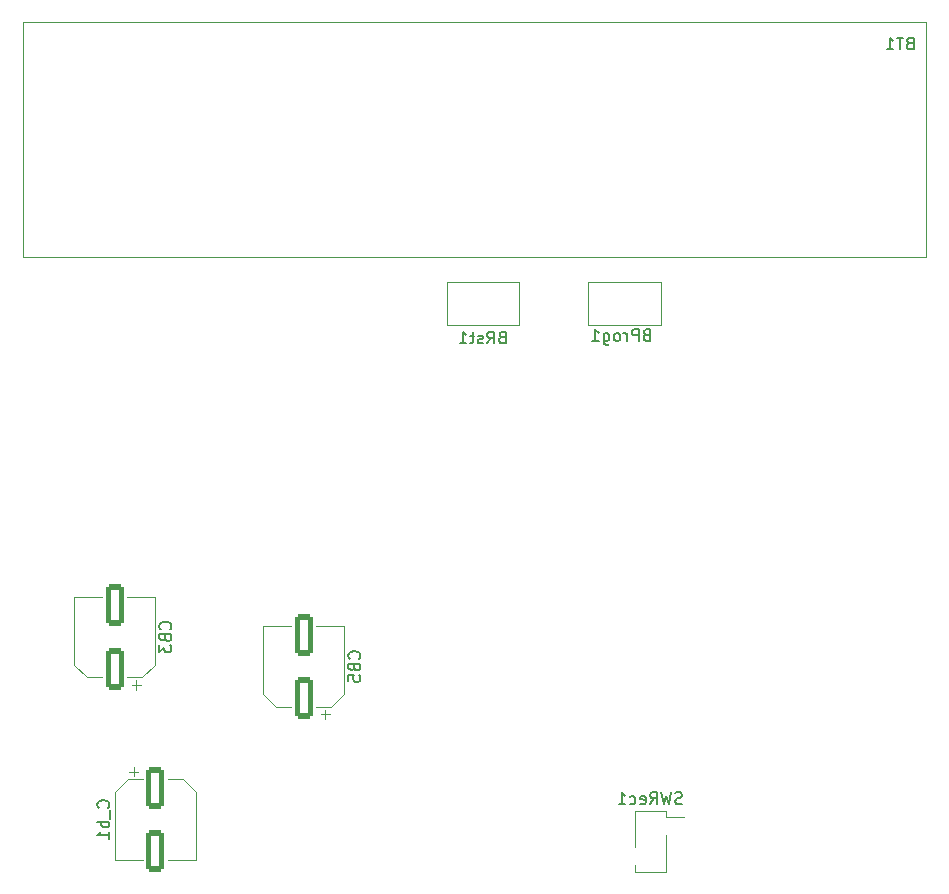
<source format=gbo>
%TF.GenerationSoftware,KiCad,Pcbnew,(6.0.4)*%
%TF.CreationDate,2022-05-20T17:10:54-05:00*%
%TF.ProjectId,Easyrun,45617379-7275-46e2-9e6b-696361645f70,rev?*%
%TF.SameCoordinates,Original*%
%TF.FileFunction,Legend,Bot*%
%TF.FilePolarity,Positive*%
%FSLAX46Y46*%
G04 Gerber Fmt 4.6, Leading zero omitted, Abs format (unit mm)*
G04 Created by KiCad (PCBNEW (6.0.4)) date 2022-05-20 17:10:54*
%MOMM*%
%LPD*%
G01*
G04 APERTURE LIST*
G04 Aperture macros list*
%AMRoundRect*
0 Rectangle with rounded corners*
0 $1 Rounding radius*
0 $2 $3 $4 $5 $6 $7 $8 $9 X,Y pos of 4 corners*
0 Add a 4 corners polygon primitive as box body*
4,1,4,$2,$3,$4,$5,$6,$7,$8,$9,$2,$3,0*
0 Add four circle primitives for the rounded corners*
1,1,$1+$1,$2,$3*
1,1,$1+$1,$4,$5*
1,1,$1+$1,$6,$7*
1,1,$1+$1,$8,$9*
0 Add four rect primitives between the rounded corners*
20,1,$1+$1,$2,$3,$4,$5,0*
20,1,$1+$1,$4,$5,$6,$7,0*
20,1,$1+$1,$6,$7,$8,$9,0*
20,1,$1+$1,$8,$9,$2,$3,0*%
G04 Aperture macros list end*
%ADD10C,0.150000*%
%ADD11C,0.120000*%
%ADD12RoundRect,0.250000X-0.600000X-0.725000X0.600000X-0.725000X0.600000X0.725000X-0.600000X0.725000X0*%
%ADD13O,1.700000X1.950000*%
%ADD14R,2.600000X2.600000*%
%ADD15O,2.600000X2.600000*%
%ADD16C,3.200000*%
%ADD17C,2.145000*%
%ADD18C,3.000000*%
%ADD19RoundRect,0.250000X-0.725000X0.600000X-0.725000X-0.600000X0.725000X-0.600000X0.725000X0.600000X0*%
%ADD20O,1.950000X1.700000*%
%ADD21R,1.600000X1.600000*%
%ADD22C,1.600000*%
%ADD23RoundRect,0.250000X0.725000X-0.600000X0.725000X0.600000X-0.725000X0.600000X-0.725000X-0.600000X0*%
%ADD24R,1.700000X1.700000*%
%ADD25O,1.700000X1.700000*%
%ADD26R,4.700000X7.000000*%
%ADD27RoundRect,0.250000X0.550000X-1.500000X0.550000X1.500000X-0.550000X1.500000X-0.550000X-1.500000X0*%
%ADD28RoundRect,0.250000X-0.550000X1.500000X-0.550000X-1.500000X0.550000X-1.500000X0.550000X1.500000X0*%
%ADD29R,1.500000X1.500000*%
%ADD30R,2.510000X1.000000*%
G04 APERTURE END LIST*
D10*
%TO.C,BT1*%
X188991514Y-68832371D02*
X188848657Y-68879990D01*
X188801038Y-68927609D01*
X188753419Y-69022847D01*
X188753419Y-69165704D01*
X188801038Y-69260942D01*
X188848657Y-69308561D01*
X188943895Y-69356180D01*
X189324847Y-69356180D01*
X189324847Y-68356180D01*
X188991514Y-68356180D01*
X188896276Y-68403800D01*
X188848657Y-68451419D01*
X188801038Y-68546657D01*
X188801038Y-68641895D01*
X188848657Y-68737133D01*
X188896276Y-68784752D01*
X188991514Y-68832371D01*
X189324847Y-68832371D01*
X188467704Y-68356180D02*
X187896276Y-68356180D01*
X188181990Y-69356180D02*
X188181990Y-68356180D01*
X187039133Y-69356180D02*
X187610561Y-69356180D01*
X187324847Y-69356180D02*
X187324847Y-68356180D01*
X187420085Y-68499038D01*
X187515323Y-68594276D01*
X187610561Y-68641895D01*
%TO.C,CB5*%
X142385142Y-120943133D02*
X142432761Y-120895514D01*
X142480380Y-120752657D01*
X142480380Y-120657419D01*
X142432761Y-120514561D01*
X142337523Y-120419323D01*
X142242285Y-120371704D01*
X142051809Y-120324085D01*
X141908952Y-120324085D01*
X141718476Y-120371704D01*
X141623238Y-120419323D01*
X141528000Y-120514561D01*
X141480380Y-120657419D01*
X141480380Y-120752657D01*
X141528000Y-120895514D01*
X141575619Y-120943133D01*
X141956571Y-121705038D02*
X142004190Y-121847895D01*
X142051809Y-121895514D01*
X142147047Y-121943133D01*
X142289904Y-121943133D01*
X142385142Y-121895514D01*
X142432761Y-121847895D01*
X142480380Y-121752657D01*
X142480380Y-121371704D01*
X141480380Y-121371704D01*
X141480380Y-121705038D01*
X141528000Y-121800276D01*
X141575619Y-121847895D01*
X141670857Y-121895514D01*
X141766095Y-121895514D01*
X141861333Y-121847895D01*
X141908952Y-121800276D01*
X141956571Y-121705038D01*
X141956571Y-121371704D01*
X141480380Y-122847895D02*
X141480380Y-122371704D01*
X141956571Y-122324085D01*
X141908952Y-122371704D01*
X141861333Y-122466942D01*
X141861333Y-122705038D01*
X141908952Y-122800276D01*
X141956571Y-122847895D01*
X142051809Y-122895514D01*
X142289904Y-122895514D01*
X142385142Y-122847895D01*
X142432761Y-122800276D01*
X142480380Y-122705038D01*
X142480380Y-122466942D01*
X142432761Y-122371704D01*
X142385142Y-122324085D01*
%TO.C,C_b1*%
X121137542Y-133563800D02*
X121185161Y-133516180D01*
X121232780Y-133373323D01*
X121232780Y-133278085D01*
X121185161Y-133135228D01*
X121089923Y-133039990D01*
X120994685Y-132992371D01*
X120804209Y-132944752D01*
X120661352Y-132944752D01*
X120470876Y-132992371D01*
X120375638Y-133039990D01*
X120280400Y-133135228D01*
X120232780Y-133278085D01*
X120232780Y-133373323D01*
X120280400Y-133516180D01*
X120328019Y-133563800D01*
X121328019Y-133754276D02*
X121328019Y-134516180D01*
X121232780Y-134754276D02*
X120232780Y-134754276D01*
X120613733Y-134754276D02*
X120566114Y-134849514D01*
X120566114Y-135039990D01*
X120613733Y-135135228D01*
X120661352Y-135182847D01*
X120756590Y-135230466D01*
X121042304Y-135230466D01*
X121137542Y-135182847D01*
X121185161Y-135135228D01*
X121232780Y-135039990D01*
X121232780Y-134849514D01*
X121185161Y-134754276D01*
X121232780Y-136182847D02*
X121232780Y-135611419D01*
X121232780Y-135897133D02*
X120232780Y-135897133D01*
X120375638Y-135801895D01*
X120470876Y-135706657D01*
X120518495Y-135611419D01*
%TO.C,BRst1*%
X154462438Y-93728571D02*
X154319580Y-93776190D01*
X154271961Y-93823809D01*
X154224342Y-93919047D01*
X154224342Y-94061904D01*
X154271961Y-94157142D01*
X154319580Y-94204761D01*
X154414819Y-94252380D01*
X154795771Y-94252380D01*
X154795771Y-93252380D01*
X154462438Y-93252380D01*
X154367200Y-93300000D01*
X154319580Y-93347619D01*
X154271961Y-93442857D01*
X154271961Y-93538095D01*
X154319580Y-93633333D01*
X154367200Y-93680952D01*
X154462438Y-93728571D01*
X154795771Y-93728571D01*
X153224342Y-94252380D02*
X153557676Y-93776190D01*
X153795771Y-94252380D02*
X153795771Y-93252380D01*
X153414819Y-93252380D01*
X153319580Y-93300000D01*
X153271961Y-93347619D01*
X153224342Y-93442857D01*
X153224342Y-93585714D01*
X153271961Y-93680952D01*
X153319580Y-93728571D01*
X153414819Y-93776190D01*
X153795771Y-93776190D01*
X152843390Y-94204761D02*
X152748152Y-94252380D01*
X152557676Y-94252380D01*
X152462438Y-94204761D01*
X152414819Y-94109523D01*
X152414819Y-94061904D01*
X152462438Y-93966666D01*
X152557676Y-93919047D01*
X152700533Y-93919047D01*
X152795771Y-93871428D01*
X152843390Y-93776190D01*
X152843390Y-93728571D01*
X152795771Y-93633333D01*
X152700533Y-93585714D01*
X152557676Y-93585714D01*
X152462438Y-93633333D01*
X152129104Y-93585714D02*
X151748152Y-93585714D01*
X151986247Y-93252380D02*
X151986247Y-94109523D01*
X151938628Y-94204761D01*
X151843390Y-94252380D01*
X151748152Y-94252380D01*
X150891009Y-94252380D02*
X151462438Y-94252380D01*
X151176723Y-94252380D02*
X151176723Y-93252380D01*
X151271961Y-93395238D01*
X151367200Y-93490476D01*
X151462438Y-93538095D01*
%TO.C,BProg1*%
X166719047Y-93528571D02*
X166576190Y-93576190D01*
X166528571Y-93623809D01*
X166480952Y-93719047D01*
X166480952Y-93861904D01*
X166528571Y-93957142D01*
X166576190Y-94004761D01*
X166671428Y-94052380D01*
X167052380Y-94052380D01*
X167052380Y-93052380D01*
X166719047Y-93052380D01*
X166623809Y-93100000D01*
X166576190Y-93147619D01*
X166528571Y-93242857D01*
X166528571Y-93338095D01*
X166576190Y-93433333D01*
X166623809Y-93480952D01*
X166719047Y-93528571D01*
X167052380Y-93528571D01*
X166052380Y-94052380D02*
X166052380Y-93052380D01*
X165671428Y-93052380D01*
X165576190Y-93100000D01*
X165528571Y-93147619D01*
X165480952Y-93242857D01*
X165480952Y-93385714D01*
X165528571Y-93480952D01*
X165576190Y-93528571D01*
X165671428Y-93576190D01*
X166052380Y-93576190D01*
X165052380Y-94052380D02*
X165052380Y-93385714D01*
X165052380Y-93576190D02*
X165004761Y-93480952D01*
X164957142Y-93433333D01*
X164861904Y-93385714D01*
X164766666Y-93385714D01*
X164290476Y-94052380D02*
X164385714Y-94004761D01*
X164433333Y-93957142D01*
X164480952Y-93861904D01*
X164480952Y-93576190D01*
X164433333Y-93480952D01*
X164385714Y-93433333D01*
X164290476Y-93385714D01*
X164147619Y-93385714D01*
X164052380Y-93433333D01*
X164004761Y-93480952D01*
X163957142Y-93576190D01*
X163957142Y-93861904D01*
X164004761Y-93957142D01*
X164052380Y-94004761D01*
X164147619Y-94052380D01*
X164290476Y-94052380D01*
X163100000Y-93385714D02*
X163100000Y-94195238D01*
X163147619Y-94290476D01*
X163195238Y-94338095D01*
X163290476Y-94385714D01*
X163433333Y-94385714D01*
X163528571Y-94338095D01*
X163100000Y-94004761D02*
X163195238Y-94052380D01*
X163385714Y-94052380D01*
X163480952Y-94004761D01*
X163528571Y-93957142D01*
X163576190Y-93861904D01*
X163576190Y-93576190D01*
X163528571Y-93480952D01*
X163480952Y-93433333D01*
X163385714Y-93385714D01*
X163195238Y-93385714D01*
X163100000Y-93433333D01*
X162100000Y-94052380D02*
X162671428Y-94052380D01*
X162385714Y-94052380D02*
X162385714Y-93052380D01*
X162480952Y-93195238D01*
X162576190Y-93290476D01*
X162671428Y-93338095D01*
%TO.C,SWRec1*%
X169726476Y-133212761D02*
X169583619Y-133260380D01*
X169345523Y-133260380D01*
X169250285Y-133212761D01*
X169202666Y-133165142D01*
X169155047Y-133069904D01*
X169155047Y-132974666D01*
X169202666Y-132879428D01*
X169250285Y-132831809D01*
X169345523Y-132784190D01*
X169536000Y-132736571D01*
X169631238Y-132688952D01*
X169678857Y-132641333D01*
X169726476Y-132546095D01*
X169726476Y-132450857D01*
X169678857Y-132355619D01*
X169631238Y-132308000D01*
X169536000Y-132260380D01*
X169297904Y-132260380D01*
X169155047Y-132308000D01*
X168821714Y-132260380D02*
X168583619Y-133260380D01*
X168393142Y-132546095D01*
X168202666Y-133260380D01*
X167964571Y-132260380D01*
X167012190Y-133260380D02*
X167345523Y-132784190D01*
X167583619Y-133260380D02*
X167583619Y-132260380D01*
X167202666Y-132260380D01*
X167107428Y-132308000D01*
X167059809Y-132355619D01*
X167012190Y-132450857D01*
X167012190Y-132593714D01*
X167059809Y-132688952D01*
X167107428Y-132736571D01*
X167202666Y-132784190D01*
X167583619Y-132784190D01*
X166202666Y-133212761D02*
X166297904Y-133260380D01*
X166488380Y-133260380D01*
X166583619Y-133212761D01*
X166631238Y-133117523D01*
X166631238Y-132736571D01*
X166583619Y-132641333D01*
X166488380Y-132593714D01*
X166297904Y-132593714D01*
X166202666Y-132641333D01*
X166155047Y-132736571D01*
X166155047Y-132831809D01*
X166631238Y-132927047D01*
X165297904Y-133212761D02*
X165393142Y-133260380D01*
X165583619Y-133260380D01*
X165678857Y-133212761D01*
X165726476Y-133165142D01*
X165774095Y-133069904D01*
X165774095Y-132784190D01*
X165726476Y-132688952D01*
X165678857Y-132641333D01*
X165583619Y-132593714D01*
X165393142Y-132593714D01*
X165297904Y-132641333D01*
X164345523Y-133260380D02*
X164916952Y-133260380D01*
X164631238Y-133260380D02*
X164631238Y-132260380D01*
X164726476Y-132403238D01*
X164821714Y-132498476D01*
X164916952Y-132546095D01*
%TO.C,CB3*%
X126383142Y-118453933D02*
X126430761Y-118406314D01*
X126478380Y-118263457D01*
X126478380Y-118168219D01*
X126430761Y-118025361D01*
X126335523Y-117930123D01*
X126240285Y-117882504D01*
X126049809Y-117834885D01*
X125906952Y-117834885D01*
X125716476Y-117882504D01*
X125621238Y-117930123D01*
X125526000Y-118025361D01*
X125478380Y-118168219D01*
X125478380Y-118263457D01*
X125526000Y-118406314D01*
X125573619Y-118453933D01*
X125954571Y-119215838D02*
X126002190Y-119358695D01*
X126049809Y-119406314D01*
X126145047Y-119453933D01*
X126287904Y-119453933D01*
X126383142Y-119406314D01*
X126430761Y-119358695D01*
X126478380Y-119263457D01*
X126478380Y-118882504D01*
X125478380Y-118882504D01*
X125478380Y-119215838D01*
X125526000Y-119311076D01*
X125573619Y-119358695D01*
X125668857Y-119406314D01*
X125764095Y-119406314D01*
X125859333Y-119358695D01*
X125906952Y-119311076D01*
X125954571Y-119215838D01*
X125954571Y-118882504D01*
X125478380Y-119787266D02*
X125478380Y-120406314D01*
X125859333Y-120072980D01*
X125859333Y-120215838D01*
X125906952Y-120311076D01*
X125954571Y-120358695D01*
X126049809Y-120406314D01*
X126287904Y-120406314D01*
X126383142Y-120358695D01*
X126430761Y-120311076D01*
X126478380Y-120215838D01*
X126478380Y-119930123D01*
X126430761Y-119834885D01*
X126383142Y-119787266D01*
D11*
%TO.C,BT1*%
X190407800Y-67005200D02*
X113953800Y-67005200D01*
X113953800Y-67005200D02*
X113953800Y-86918800D01*
X113953800Y-86918800D02*
X190407800Y-86918800D01*
X190407800Y-86918800D02*
X190407800Y-67005200D01*
%TO.C,CB5*%
X134268000Y-118199800D02*
X136618000Y-118199800D01*
X140023563Y-125019800D02*
X138738000Y-125019800D01*
X139919250Y-125653550D02*
X139131750Y-125653550D01*
X139525500Y-126047300D02*
X139525500Y-125259800D01*
X135332437Y-125019800D02*
X134268000Y-123955363D01*
X134268000Y-123955363D02*
X134268000Y-118199800D01*
X135332437Y-125019800D02*
X136618000Y-125019800D01*
X141088000Y-118199800D02*
X138738000Y-118199800D01*
X140023563Y-125019800D02*
X141088000Y-123955363D01*
X141088000Y-123955363D02*
X141088000Y-118199800D01*
%TO.C,C_b1*%
X121720400Y-132218237D02*
X121720400Y-137973800D01*
X121720400Y-137973800D02*
X124070400Y-137973800D01*
X122889150Y-130520050D02*
X123676650Y-130520050D01*
X128540400Y-137973800D02*
X126190400Y-137973800D01*
X123282900Y-130126300D02*
X123282900Y-130913800D01*
X122784837Y-131153800D02*
X124070400Y-131153800D01*
X127475963Y-131153800D02*
X126190400Y-131153800D01*
X122784837Y-131153800D02*
X121720400Y-132218237D01*
X128540400Y-132218237D02*
X128540400Y-137973800D01*
X127475963Y-131153800D02*
X128540400Y-132218237D01*
%TO.C,BRst1*%
X149807200Y-89025800D02*
X149807200Y-92725800D01*
X149807200Y-92725800D02*
X155927200Y-92725800D01*
X155927200Y-89025800D02*
X149807200Y-89025800D01*
X155927200Y-92725800D02*
X155927200Y-89025800D01*
%TO.C,BProg1*%
X167916000Y-89025800D02*
X161796000Y-89025800D01*
X161796000Y-89025800D02*
X161796000Y-92725800D01*
X161796000Y-92725800D02*
X167916000Y-92725800D01*
X167916000Y-92725800D02*
X167916000Y-89025800D01*
%TO.C,SWRec1*%
X165706000Y-133808000D02*
X165706000Y-136918000D01*
X168366000Y-139008000D02*
X165706000Y-139008000D01*
X168366000Y-133808000D02*
X168366000Y-134378000D01*
X168366000Y-134378000D02*
X169886000Y-134378000D01*
X168366000Y-133808000D02*
X165706000Y-133808000D01*
X168366000Y-135898000D02*
X168366000Y-139008000D01*
X165706000Y-138438000D02*
X165706000Y-139008000D01*
%TO.C,CB3*%
X124021563Y-122530600D02*
X122736000Y-122530600D01*
X123523500Y-123558100D02*
X123523500Y-122770600D01*
X119330437Y-122530600D02*
X120616000Y-122530600D01*
X119330437Y-122530600D02*
X118266000Y-121466163D01*
X118266000Y-115710600D02*
X120616000Y-115710600D01*
X118266000Y-121466163D02*
X118266000Y-115710600D01*
X125086000Y-115710600D02*
X122736000Y-115710600D01*
X124021563Y-122530600D02*
X125086000Y-121466163D01*
X125086000Y-121466163D02*
X125086000Y-115710600D01*
X123917250Y-123164350D02*
X123129750Y-123164350D01*
%TD*%
%LPC*%
D12*
%TO.C,J_Lector_2*%
X182014000Y-57035500D03*
D13*
X184514000Y-57035500D03*
X187014000Y-57035500D03*
X189514000Y-57035500D03*
X192014000Y-57035500D03*
X194514000Y-57035500D03*
X197014000Y-57035500D03*
X199514000Y-57035500D03*
%TD*%
D14*
%TO.C,D1*%
X140157600Y-105252200D03*
D15*
X135077600Y-105252200D03*
%TD*%
D16*
%TO.C,REF\u002A\u002A*%
X198130000Y-137002200D03*
%TD*%
D12*
%TO.C,J_Lector_1*%
X158265000Y-56997500D03*
D13*
X160765000Y-56997500D03*
X163265000Y-56997500D03*
X165765000Y-56997500D03*
X168265000Y-56997500D03*
X170765000Y-56997500D03*
X173265000Y-56997500D03*
X175765000Y-56997500D03*
%TD*%
D14*
%TO.C,DFly1*%
X187157200Y-137408600D03*
D15*
X192237200Y-137408600D03*
%TD*%
D17*
%TO.C,J_gnd1*%
X192694400Y-125115000D03*
X187614400Y-125115000D03*
%TD*%
D18*
%TO.C,LB3*%
X116075000Y-111375000D03*
X116075000Y-123575000D03*
%TD*%
%TO.C,Lb1*%
X115834000Y-128163000D03*
X115834000Y-140363000D03*
%TD*%
D14*
%TO.C,D3*%
X123220000Y-101405000D03*
D15*
X123220000Y-106485000D03*
%TD*%
D12*
%TO.C,J_Lector_3*%
X134516000Y-57035500D03*
D13*
X137016000Y-57035500D03*
X139516000Y-57035500D03*
X142016000Y-57035500D03*
X144516000Y-57035500D03*
X147016000Y-57035500D03*
X149516000Y-57035500D03*
X152016000Y-57035500D03*
%TD*%
D17*
%TO.C,B1_1*%
X118780400Y-89809000D03*
X123860400Y-89809000D03*
%TD*%
D19*
%TO.C,J_Display1*%
X197257500Y-64070000D03*
D20*
X197257500Y-66570000D03*
X197257500Y-69070000D03*
X197257500Y-71570000D03*
X197257500Y-74070000D03*
X197257500Y-76570000D03*
X197257500Y-79070000D03*
X197257500Y-81570000D03*
X197257500Y-84070000D03*
%TD*%
D17*
%TO.C,J_Tap_1*%
X194594000Y-130633000D03*
X189514000Y-130633000D03*
%TD*%
D16*
%TO.C,REF\u002A\u002A*%
X177962400Y-63600000D03*
%TD*%
D17*
%TO.C,B2_1*%
X133553200Y-90322400D03*
X138633200Y-90322400D03*
%TD*%
%TO.C,B2*%
X133512400Y-94177800D03*
X138592400Y-94177800D03*
%TD*%
D14*
%TO.C,DBoo1*%
X117124000Y-105145000D03*
D15*
X117124000Y-100065000D03*
%TD*%
D14*
%TO.C,D2*%
X166146000Y-108009000D03*
D15*
X166146000Y-113089000D03*
%TD*%
D18*
%TO.C,LB5*%
X143625600Y-128975800D03*
X131425600Y-128975800D03*
%TD*%
D16*
%TO.C,REF\u002A\u002A*%
X106893200Y-105201400D03*
%TD*%
D21*
%TO.C,Crec1*%
X179534000Y-136211621D03*
D22*
X179534000Y-138711621D03*
%TD*%
D14*
%TO.C,D_S1*%
X179188000Y-129520000D03*
D15*
X184268000Y-129520000D03*
%TD*%
D17*
%TO.C,B1*%
X118780400Y-94177800D03*
X123860400Y-94177800D03*
%TD*%
D23*
%TO.C,J_M2*%
X109465000Y-98405000D03*
D20*
X109465000Y-95905000D03*
X109465000Y-93405000D03*
%TD*%
D24*
%TO.C,J_I2C1*%
X192206000Y-99481000D03*
D25*
X192206000Y-96941000D03*
X192206000Y-94401000D03*
X192206000Y-91861000D03*
X192206000Y-89321000D03*
%TD*%
D12*
%TO.C,J_M1*%
X106476000Y-56781500D03*
D13*
X108976000Y-56781500D03*
X111476000Y-56781500D03*
%TD*%
D24*
%TO.C,J_prog1*%
X116596000Y-60402000D03*
D25*
X119136000Y-60402000D03*
X121676000Y-60402000D03*
X124216000Y-60402000D03*
X126756000Y-60402000D03*
X129296000Y-60402000D03*
%TD*%
D14*
%TO.C,DB3*%
X137789200Y-112262600D03*
D15*
X142869200Y-112262600D03*
%TD*%
D14*
%TO.C,DB5*%
X154451600Y-112669000D03*
D15*
X159531600Y-112669000D03*
%TD*%
D18*
%TO.C,Lrec1*%
X173390000Y-129042000D03*
X161190000Y-129042000D03*
%TD*%
D14*
%TO.C,D4*%
X130332000Y-101405000D03*
D15*
X130332000Y-106485000D03*
%TD*%
D17*
%TO.C,J_Tap_2*%
X195102000Y-119333000D03*
X190022000Y-119333000D03*
%TD*%
D14*
%TO.C,D_S2*%
X179166000Y-120630000D03*
D15*
X184246000Y-120630000D03*
%TD*%
D26*
%TO.C,BT1*%
X192941800Y-76911200D03*
X111451800Y-76897200D03*
%TD*%
D27*
%TO.C,CB5*%
X137678000Y-124309800D03*
X137678000Y-118909800D03*
%TD*%
D28*
%TO.C,C_b1*%
X125130400Y-131863800D03*
X125130400Y-137263800D03*
%TD*%
D29*
%TO.C,BRst1*%
X156767200Y-90875800D03*
X148967200Y-90875800D03*
%TD*%
%TO.C,BProg1*%
X160956000Y-90875800D03*
X168756000Y-90875800D03*
%TD*%
D30*
%TO.C,SWRec1*%
X168691000Y-135138000D03*
X165381000Y-137678000D03*
%TD*%
D27*
%TO.C,CB3*%
X121676000Y-121820600D03*
X121676000Y-116420600D03*
%TD*%
M02*

</source>
